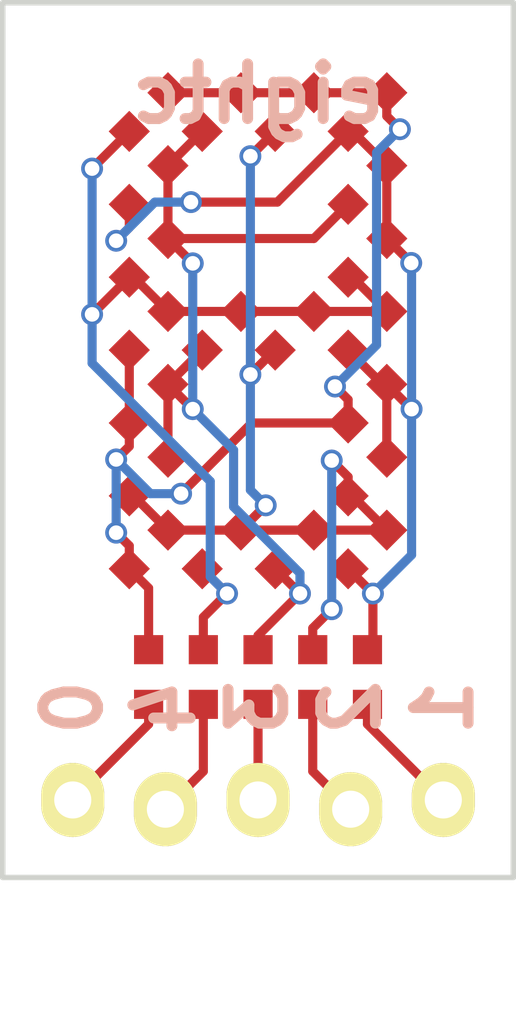
<source format=kicad_pcb>
(kicad_pcb (version 4) (host pcbnew 4.0.7-e2-6376~61~ubuntu18.04.1)

  (general
    (links 45)
    (no_connects 0)
    (area 178.924999 68.924999 193.075001 97.205001)
    (thickness 1.6)
    (drawings 10)
    (tracks 132)
    (zones 0)
    (modules 26)
    (nets 11)
  )

  (page A4)
  (layers
    (0 F.Cu signal)
    (31 B.Cu signal)
    (32 B.Adhes user)
    (33 F.Adhes user)
    (34 B.Paste user)
    (35 F.Paste user)
    (36 B.SilkS user)
    (37 F.SilkS user)
    (38 B.Mask user)
    (39 F.Mask user)
    (40 Dwgs.User user)
    (41 Cmts.User user)
    (42 Eco1.User user)
    (43 Eco2.User user)
    (44 Edge.Cuts user)
    (45 Margin user)
    (46 B.CrtYd user)
    (47 F.CrtYd user)
    (48 B.Fab user)
    (49 F.Fab user)
  )

  (setup
    (last_trace_width 0.25)
    (trace_clearance 0.2)
    (zone_clearance 0.508)
    (zone_45_only no)
    (trace_min 0.2)
    (segment_width 0.2)
    (edge_width 0.15)
    (via_size 0.6)
    (via_drill 0.4)
    (via_min_size 0.4)
    (via_min_drill 0.3)
    (uvia_size 0.3)
    (uvia_drill 0.1)
    (uvias_allowed no)
    (uvia_min_size 0.2)
    (uvia_min_drill 0.1)
    (pcb_text_width 0.3)
    (pcb_text_size 1.5 1.5)
    (mod_edge_width 0.15)
    (mod_text_size 1 1)
    (mod_text_width 0.15)
    (pad_size 2.032 1.7272)
    (pad_drill 1.016)
    (pad_to_mask_clearance 0.2)
    (aux_axis_origin 0 0)
    (visible_elements FFFFFF7F)
    (pcbplotparams
      (layerselection 0x00030_80000001)
      (usegerberextensions false)
      (excludeedgelayer true)
      (linewidth 0.150000)
      (plotframeref false)
      (viasonmask false)
      (mode 1)
      (useauxorigin false)
      (hpglpennumber 1)
      (hpglpenspeed 20)
      (hpglpendiameter 15)
      (hpglpenoverlay 2)
      (psnegative false)
      (psa4output false)
      (plotreference true)
      (plotvalue true)
      (plotinvisibletext false)
      (padsonsilk false)
      (subtractmaskfromsilk false)
      (outputformat 1)
      (mirror false)
      (drillshape 1)
      (scaleselection 1)
      (outputdirectory ""))
  )

  (net 0 "")
  (net 1 led0)
  (net 2 led1)
  (net 3 led2)
  (net 4 led3)
  (net 5 led4)
  (net 6 led0x)
  (net 7 led1x)
  (net 8 led2x)
  (net 9 led3x)
  (net 10 led4x)

  (net_class Default "This is the default net class."
    (clearance 0.2)
    (trace_width 0.25)
    (via_dia 0.6)
    (via_drill 0.4)
    (uvia_dia 0.3)
    (uvia_drill 0.1)
    (add_net led0)
    (add_net led0x)
    (add_net led1)
    (add_net led1x)
    (add_net led2)
    (add_net led2x)
    (add_net led3)
    (add_net led3x)
    (add_net led4)
    (add_net led4x)
  )

  (module my_modules:R_0603 (layer F.Cu) (tedit 5F00CAEE) (tstamp 5F000394)
    (at 183 76 45)
    (descr R0603)
    (tags "resistor 0603")
    (attr smd)
    (fp_text reference R (at 0 0 45) (layer F.Fab)
      (effects (font (size 0.5 0.5) (thickness 0.1)))
    )
    (fp_text value "" (at 0 0 45) (layer F.Fab)
      (effects (font (size 0.5 0.5) (thickness 0.01)))
    )
    (fp_line (start -1.2 -0.45) (end 1.2 -0.45) (layer F.CrtYd) (width 0.01))
    (fp_line (start -1.2 0.45) (end 1.2 0.45) (layer F.CrtYd) (width 0.01))
    (fp_line (start -1.2 -0.45) (end -1.2 0.45) (layer F.CrtYd) (width 0.01))
    (fp_line (start 1.2 -0.45) (end 1.2 0.45) (layer F.CrtYd) (width 0.01))
    (pad 1 smd rect (at -0.75 0 45) (size 0.8 0.8) (layers F.Cu F.Paste F.Mask)
      (net 5 led4))
    (pad 2 smd rect (at 0.75 0 45) (size 0.8 0.8) (layers F.Cu F.Paste F.Mask)
      (net 4 led3))
  )

  (module my_modules:R_0603 (layer F.Cu) (tedit 5F00CD1F) (tstamp 5F00038A)
    (at 183 74 45)
    (descr R0603)
    (tags "resistor 0603")
    (attr smd)
    (fp_text reference R (at 0 0 45) (layer F.Fab)
      (effects (font (size 0.5 0.5) (thickness 0.1)))
    )
    (fp_text value "" (at 0 0 45) (layer F.Fab)
      (effects (font (size 0.5 0.5) (thickness 0.01)))
    )
    (fp_line (start -1.2 -0.45) (end 1.2 -0.45) (layer F.CrtYd) (width 0.01))
    (fp_line (start -1.2 0.45) (end 1.2 0.45) (layer F.CrtYd) (width 0.01))
    (fp_line (start -1.2 -0.45) (end -1.2 0.45) (layer F.CrtYd) (width 0.01))
    (fp_line (start 1.2 -0.45) (end 1.2 0.45) (layer F.CrtYd) (width 0.01))
    (pad 1 smd rect (at -0.75 0 45) (size 0.8 0.8) (layers F.Cu F.Paste F.Mask)
      (net 2 led1))
    (pad 2 smd rect (at 0.75 0 45) (size 0.8 0.8) (layers F.Cu F.Paste F.Mask)
      (net 4 led3))
  )

  (module my_modules:R_0603 (layer F.Cu) (tedit 5F00CC63) (tstamp 5F000380)
    (at 183 72 45)
    (descr R0603)
    (tags "resistor 0603")
    (attr smd)
    (fp_text reference R (at 0 0 45) (layer F.Fab)
      (effects (font (size 0.5 0.5) (thickness 0.1)))
    )
    (fp_text value "" (at 0 0 45) (layer F.Fab)
      (effects (font (size 0.5 0.5) (thickness 0.01)))
    )
    (fp_line (start -1.2 -0.45) (end 1.2 -0.45) (layer F.CrtYd) (width 0.01))
    (fp_line (start -1.2 0.45) (end 1.2 0.45) (layer F.CrtYd) (width 0.01))
    (fp_line (start -1.2 -0.45) (end -1.2 0.45) (layer F.CrtYd) (width 0.01))
    (fp_line (start 1.2 -0.45) (end 1.2 0.45) (layer F.CrtYd) (width 0.01))
    (pad 1 smd rect (at -0.75 0 45) (size 0.8 0.8) (layers F.Cu F.Paste F.Mask)
      (net 5 led4))
    (pad 2 smd rect (at 0.75 0 45) (size 0.8 0.8) (layers F.Cu F.Paste F.Mask)
      (net 1 led0))
  )

  (module my_modules:R_0603 (layer F.Cu) (tedit 5F00CC6B) (tstamp 5F000376)
    (at 185 72 45)
    (descr R0603)
    (tags "resistor 0603")
    (attr smd)
    (fp_text reference R (at 0 0 45) (layer F.Fab)
      (effects (font (size 0.5 0.5) (thickness 0.1)))
    )
    (fp_text value "" (at 0 0 45) (layer F.Fab)
      (effects (font (size 0.5 0.5) (thickness 0.01)))
    )
    (fp_line (start -1.2 -0.45) (end 1.2 -0.45) (layer F.CrtYd) (width 0.01))
    (fp_line (start -1.2 0.45) (end 1.2 0.45) (layer F.CrtYd) (width 0.01))
    (fp_line (start -1.2 -0.45) (end -1.2 0.45) (layer F.CrtYd) (width 0.01))
    (fp_line (start 1.2 -0.45) (end 1.2 0.45) (layer F.CrtYd) (width 0.01))
    (pad 1 smd rect (at -0.75 0 45) (size 0.8 0.8) (layers F.Cu F.Paste F.Mask)
      (net 4 led3))
    (pad 2 smd rect (at 0.75 0 45) (size 0.8 0.8) (layers F.Cu F.Paste F.Mask)
      (net 1 led0))
  )

  (module my_modules:R_0603 (layer F.Cu) (tedit 5F00CD6C) (tstamp 5F00036C)
    (at 187 72 45)
    (descr R0603)
    (tags "resistor 0603")
    (attr smd)
    (fp_text reference R (at 0 0 45) (layer F.Fab)
      (effects (font (size 0.5 0.5) (thickness 0.1)))
    )
    (fp_text value "" (at 0 0 45) (layer F.Fab)
      (effects (font (size 0.5 0.5) (thickness 0.01)))
    )
    (fp_line (start -1.2 -0.45) (end 1.2 -0.45) (layer F.CrtYd) (width 0.01))
    (fp_line (start -1.2 0.45) (end 1.2 0.45) (layer F.CrtYd) (width 0.01))
    (fp_line (start -1.2 -0.45) (end -1.2 0.45) (layer F.CrtYd) (width 0.01))
    (fp_line (start 1.2 -0.45) (end 1.2 0.45) (layer F.CrtYd) (width 0.01))
    (pad 1 smd rect (at -0.75 0 45) (size 0.8 0.8) (layers F.Cu F.Paste F.Mask)
      (net 3 led2))
    (pad 2 smd rect (at 0.75 0 45) (size 0.8 0.8) (layers F.Cu F.Paste F.Mask)
      (net 1 led0))
  )

  (module my_modules:R_0603 (layer F.Cu) (tedit 5F00CAFA) (tstamp 5F000362)
    (at 189 72 45)
    (descr R0603)
    (tags "resistor 0603")
    (attr smd)
    (fp_text reference R (at 0 0 45) (layer F.Fab)
      (effects (font (size 0.5 0.5) (thickness 0.1)))
    )
    (fp_text value "" (at 0 0 45) (layer F.Fab)
      (effects (font (size 0.5 0.5) (thickness 0.01)))
    )
    (fp_line (start -1.2 -0.45) (end 1.2 -0.45) (layer F.CrtYd) (width 0.01))
    (fp_line (start -1.2 0.45) (end 1.2 0.45) (layer F.CrtYd) (width 0.01))
    (fp_line (start -1.2 -0.45) (end -1.2 0.45) (layer F.CrtYd) (width 0.01))
    (fp_line (start 1.2 -0.45) (end 1.2 0.45) (layer F.CrtYd) (width 0.01))
    (pad 1 smd rect (at -0.75 0 45) (size 0.8 0.8) (layers F.Cu F.Paste F.Mask)
      (net 2 led1))
    (pad 2 smd rect (at 0.75 0 45) (size 0.8 0.8) (layers F.Cu F.Paste F.Mask)
      (net 1 led0))
  )

  (module my_modules:R_0603 (layer F.Cu) (tedit 5F00CD0C) (tstamp 5F000358)
    (at 189 74 45)
    (descr R0603)
    (tags "resistor 0603")
    (attr smd)
    (fp_text reference R (at 0 0 45) (layer F.Fab)
      (effects (font (size 0.5 0.5) (thickness 0.1)))
    )
    (fp_text value "" (at 0 0 45) (layer F.Fab)
      (effects (font (size 0.5 0.5) (thickness 0.01)))
    )
    (fp_line (start -1.2 -0.45) (end 1.2 -0.45) (layer F.CrtYd) (width 0.01))
    (fp_line (start -1.2 0.45) (end 1.2 0.45) (layer F.CrtYd) (width 0.01))
    (fp_line (start -1.2 -0.45) (end -1.2 0.45) (layer F.CrtYd) (width 0.01))
    (fp_line (start 1.2 -0.45) (end 1.2 0.45) (layer F.CrtYd) (width 0.01))
    (pad 1 smd rect (at -0.75 0 45) (size 0.8 0.8) (layers F.Cu F.Paste F.Mask)
      (net 4 led3))
    (pad 2 smd rect (at 0.75 0 45) (size 0.8 0.8) (layers F.Cu F.Paste F.Mask)
      (net 2 led1))
  )

  (module my_modules:R_0603 (layer F.Cu) (tedit 5F00CAAE) (tstamp 5F00034E)
    (at 189 76 45)
    (descr R0603)
    (tags "resistor 0603")
    (attr smd)
    (fp_text reference R (at 0 0 45) (layer F.Fab)
      (effects (font (size 0.5 0.5) (thickness 0.1)))
    )
    (fp_text value "" (at 0 0 45) (layer F.Fab)
      (effects (font (size 0.5 0.5) (thickness 0.01)))
    )
    (fp_line (start -1.2 -0.45) (end 1.2 -0.45) (layer F.CrtYd) (width 0.01))
    (fp_line (start -1.2 0.45) (end 1.2 0.45) (layer F.CrtYd) (width 0.01))
    (fp_line (start -1.2 -0.45) (end -1.2 0.45) (layer F.CrtYd) (width 0.01))
    (fp_line (start 1.2 -0.45) (end 1.2 0.45) (layer F.CrtYd) (width 0.01))
    (pad 1 smd rect (at -0.75 0 45) (size 0.8 0.8) (layers F.Cu F.Paste F.Mask)
      (net 5 led4))
    (pad 2 smd rect (at 0.75 0 45) (size 0.8 0.8) (layers F.Cu F.Paste F.Mask)
      (net 2 led1))
  )

  (module my_modules:R_0603 (layer F.Cu) (tedit 5F00CDFF) (tstamp 5F000344)
    (at 183 78 45)
    (descr R0603)
    (tags "resistor 0603")
    (attr smd)
    (fp_text reference R (at 0 0 45) (layer F.Fab)
      (effects (font (size 0.5 0.5) (thickness 0.1)))
    )
    (fp_text value "" (at 0 0 45) (layer F.Fab)
      (effects (font (size 0.5 0.5) (thickness 0.01)))
    )
    (fp_line (start -1.2 -0.45) (end 1.2 -0.45) (layer F.CrtYd) (width 0.01))
    (fp_line (start -1.2 0.45) (end 1.2 0.45) (layer F.CrtYd) (width 0.01))
    (fp_line (start -1.2 -0.45) (end -1.2 0.45) (layer F.CrtYd) (width 0.01))
    (fp_line (start 1.2 -0.45) (end 1.2 0.45) (layer F.CrtYd) (width 0.01))
    (pad 1 smd rect (at -0.75 0 45) (size 0.8 0.8) (layers F.Cu F.Paste F.Mask)
      (net 1 led0))
    (pad 2 smd rect (at 0.75 0 45) (size 0.8 0.8) (layers F.Cu F.Paste F.Mask)
      (net 5 led4))
  )

  (module my_modules:R_0603 (layer F.Cu) (tedit 5F00CEA0) (tstamp 5F00033A)
    (at 185 78 45)
    (descr R0603)
    (tags "resistor 0603")
    (attr smd)
    (fp_text reference R (at 0 0 45) (layer F.Fab)
      (effects (font (size 0.5 0.5) (thickness 0.1)))
    )
    (fp_text value "" (at 0 0 45) (layer F.Fab)
      (effects (font (size 0.5 0.5) (thickness 0.01)))
    )
    (fp_line (start -1.2 -0.45) (end 1.2 -0.45) (layer F.CrtYd) (width 0.01))
    (fp_line (start -1.2 0.45) (end 1.2 0.45) (layer F.CrtYd) (width 0.01))
    (fp_line (start -1.2 -0.45) (end -1.2 0.45) (layer F.CrtYd) (width 0.01))
    (fp_line (start 1.2 -0.45) (end 1.2 0.45) (layer F.CrtYd) (width 0.01))
    (pad 1 smd rect (at -0.75 0 45) (size 0.8 0.8) (layers F.Cu F.Paste F.Mask)
      (net 4 led3))
    (pad 2 smd rect (at 0.75 0 45) (size 0.8 0.8) (layers F.Cu F.Paste F.Mask)
      (net 5 led4))
  )

  (module my_modules:R_0603 (layer F.Cu) (tedit 5F00CEAA) (tstamp 5F000330)
    (at 187 78 45)
    (descr R0603)
    (tags "resistor 0603")
    (attr smd)
    (fp_text reference R (at 0 0 45) (layer F.Fab)
      (effects (font (size 0.5 0.5) (thickness 0.1)))
    )
    (fp_text value "" (at 0 0 45) (layer F.Fab)
      (effects (font (size 0.5 0.5) (thickness 0.01)))
    )
    (fp_line (start -1.2 -0.45) (end 1.2 -0.45) (layer F.CrtYd) (width 0.01))
    (fp_line (start -1.2 0.45) (end 1.2 0.45) (layer F.CrtYd) (width 0.01))
    (fp_line (start -1.2 -0.45) (end -1.2 0.45) (layer F.CrtYd) (width 0.01))
    (fp_line (start 1.2 -0.45) (end 1.2 0.45) (layer F.CrtYd) (width 0.01))
    (pad 1 smd rect (at -0.75 0 45) (size 0.8 0.8) (layers F.Cu F.Paste F.Mask)
      (net 3 led2))
    (pad 2 smd rect (at 0.75 0 45) (size 0.8 0.8) (layers F.Cu F.Paste F.Mask)
      (net 5 led4))
  )

  (module my_modules:R_0603 (layer F.Cu) (tedit 5F00CE18) (tstamp 5F000326)
    (at 189 78 45)
    (descr R0603)
    (tags "resistor 0603")
    (attr smd)
    (fp_text reference R (at 0 0 45) (layer F.Fab)
      (effects (font (size 0.5 0.5) (thickness 0.1)))
    )
    (fp_text value "" (at 0 0 45) (layer F.Fab)
      (effects (font (size 0.5 0.5) (thickness 0.01)))
    )
    (fp_line (start -1.2 -0.45) (end 1.2 -0.45) (layer F.CrtYd) (width 0.01))
    (fp_line (start -1.2 0.45) (end 1.2 0.45) (layer F.CrtYd) (width 0.01))
    (fp_line (start -1.2 -0.45) (end -1.2 0.45) (layer F.CrtYd) (width 0.01))
    (fp_line (start 1.2 -0.45) (end 1.2 0.45) (layer F.CrtYd) (width 0.01))
    (pad 1 smd rect (at -0.75 0 45) (size 0.8 0.8) (layers F.Cu F.Paste F.Mask)
      (net 2 led1))
    (pad 2 smd rect (at 0.75 0 45) (size 0.8 0.8) (layers F.Cu F.Paste F.Mask)
      (net 5 led4))
  )

  (module my_modules:R_0603 (layer F.Cu) (tedit 5F00CE2E) (tstamp 5F00031C)
    (at 189 80 45)
    (descr R0603)
    (tags "resistor 0603")
    (attr smd)
    (fp_text reference R (at 0 0 45) (layer F.Fab)
      (effects (font (size 0.5 0.5) (thickness 0.1)))
    )
    (fp_text value "" (at 0 0 45) (layer F.Fab)
      (effects (font (size 0.5 0.5) (thickness 0.01)))
    )
    (fp_line (start -1.2 -0.45) (end 1.2 -0.45) (layer F.CrtYd) (width 0.01))
    (fp_line (start -1.2 0.45) (end 1.2 0.45) (layer F.CrtYd) (width 0.01))
    (fp_line (start -1.2 -0.45) (end -1.2 0.45) (layer F.CrtYd) (width 0.01))
    (fp_line (start 1.2 -0.45) (end 1.2 0.45) (layer F.CrtYd) (width 0.01))
    (pad 1 smd rect (at -0.75 0 45) (size 0.8 0.8) (layers F.Cu F.Paste F.Mask)
      (net 1 led0))
    (pad 2 smd rect (at 0.75 0 45) (size 0.8 0.8) (layers F.Cu F.Paste F.Mask)
      (net 2 led1))
  )

  (module my_modules:R_0603 (layer F.Cu) (tedit 5F00CAC7) (tstamp 5F000312)
    (at 189 82 45)
    (descr R0603)
    (tags "resistor 0603")
    (attr smd)
    (fp_text reference R (at 0 0 45) (layer F.Fab)
      (effects (font (size 0.5 0.5) (thickness 0.1)))
    )
    (fp_text value "" (at 0 0 45) (layer F.Fab)
      (effects (font (size 0.5 0.5) (thickness 0.01)))
    )
    (fp_line (start -1.2 -0.45) (end 1.2 -0.45) (layer F.CrtYd) (width 0.01))
    (fp_line (start -1.2 0.45) (end 1.2 0.45) (layer F.CrtYd) (width 0.01))
    (fp_line (start -1.2 -0.45) (end -1.2 0.45) (layer F.CrtYd) (width 0.01))
    (fp_line (start 1.2 -0.45) (end 1.2 0.45) (layer F.CrtYd) (width 0.01))
    (pad 1 smd rect (at -0.75 0 45) (size 0.8 0.8) (layers F.Cu F.Paste F.Mask)
      (net 3 led2))
    (pad 2 smd rect (at 0.75 0 45) (size 0.8 0.8) (layers F.Cu F.Paste F.Mask)
      (net 2 led1))
  )

  (module my_modules:R_0603 (layer F.Cu) (tedit 5F00CF11) (tstamp 5F000308)
    (at 189 84 45)
    (descr R0603)
    (tags "resistor 0603")
    (attr smd)
    (fp_text reference R (at 0 0 45) (layer F.Fab)
      (effects (font (size 0.5 0.5) (thickness 0.1)))
    )
    (fp_text value "" (at 0 0 45) (layer F.Fab)
      (effects (font (size 0.5 0.5) (thickness 0.01)))
    )
    (fp_line (start -1.2 -0.45) (end 1.2 -0.45) (layer F.CrtYd) (width 0.01))
    (fp_line (start -1.2 0.45) (end 1.2 0.45) (layer F.CrtYd) (width 0.01))
    (fp_line (start -1.2 -0.45) (end -1.2 0.45) (layer F.CrtYd) (width 0.01))
    (fp_line (start 1.2 -0.45) (end 1.2 0.45) (layer F.CrtYd) (width 0.01))
    (pad 1 smd rect (at -0.75 0 45) (size 0.8 0.8) (layers F.Cu F.Paste F.Mask)
      (net 2 led1))
    (pad 2 smd rect (at 0.75 0 45) (size 0.8 0.8) (layers F.Cu F.Paste F.Mask)
      (net 3 led2))
  )

  (module my_modules:R_0603 (layer F.Cu) (tedit 5F00D01C) (tstamp 5F0002FA)
    (at 185 84 45)
    (descr R0603)
    (tags "resistor 0603")
    (attr smd)
    (fp_text reference R (at 0 0 45) (layer F.Fab)
      (effects (font (size 0.5 0.5) (thickness 0.1)))
    )
    (fp_text value "" (at 0 0 45) (layer F.Fab)
      (effects (font (size 0.5 0.5) (thickness 0.01)))
    )
    (fp_line (start -1.2 -0.45) (end 1.2 -0.45) (layer F.CrtYd) (width 0.01))
    (fp_line (start -1.2 0.45) (end 1.2 0.45) (layer F.CrtYd) (width 0.01))
    (fp_line (start -1.2 -0.45) (end -1.2 0.45) (layer F.CrtYd) (width 0.01))
    (fp_line (start 1.2 -0.45) (end 1.2 0.45) (layer F.CrtYd) (width 0.01))
    (pad 1 smd rect (at -0.75 0 45) (size 0.8 0.8) (layers F.Cu F.Paste F.Mask)
      (net 5 led4))
    (pad 2 smd rect (at 0.75 0 45) (size 0.8 0.8) (layers F.Cu F.Paste F.Mask)
      (net 3 led2))
  )

  (module my_modules:R_0603 (layer F.Cu) (tedit 5F00CF37) (tstamp 5F0002F0)
    (at 183 84 45)
    (descr R0603)
    (tags "resistor 0603")
    (attr smd)
    (fp_text reference R (at 0 0 45) (layer F.Fab)
      (effects (font (size 0.5 0.5) (thickness 0.1)))
    )
    (fp_text value "" (at 0 0 45) (layer F.Fab)
      (effects (font (size 0.5 0.5) (thickness 0.01)))
    )
    (fp_line (start -1.2 -0.45) (end 1.2 -0.45) (layer F.CrtYd) (width 0.01))
    (fp_line (start -1.2 0.45) (end 1.2 0.45) (layer F.CrtYd) (width 0.01))
    (fp_line (start -1.2 -0.45) (end -1.2 0.45) (layer F.CrtYd) (width 0.01))
    (fp_line (start 1.2 -0.45) (end 1.2 0.45) (layer F.CrtYd) (width 0.01))
    (pad 1 smd rect (at -0.75 0 45) (size 0.8 0.8) (layers F.Cu F.Paste F.Mask)
      (net 1 led0))
    (pad 2 smd rect (at 0.75 0 45) (size 0.8 0.8) (layers F.Cu F.Paste F.Mask)
      (net 3 led2))
  )

  (module my_modules:R_0603 (layer F.Cu) (tedit 5F00CAE2) (tstamp 5F0002E6)
    (at 183 82 45)
    (descr R0603)
    (tags "resistor 0603")
    (attr smd)
    (fp_text reference R (at 0 0 45) (layer F.Fab)
      (effects (font (size 0.5 0.5) (thickness 0.1)))
    )
    (fp_text value "" (at 0 0 45) (layer F.Fab)
      (effects (font (size 0.5 0.5) (thickness 0.01)))
    )
    (fp_line (start -1.2 -0.45) (end 1.2 -0.45) (layer F.CrtYd) (width 0.01))
    (fp_line (start -1.2 0.45) (end 1.2 0.45) (layer F.CrtYd) (width 0.01))
    (fp_line (start -1.2 -0.45) (end -1.2 0.45) (layer F.CrtYd) (width 0.01))
    (fp_line (start 1.2 -0.45) (end 1.2 0.45) (layer F.CrtYd) (width 0.01))
    (pad 1 smd rect (at -0.75 0 45) (size 0.8 0.8) (layers F.Cu F.Paste F.Mask)
      (net 3 led2))
    (pad 2 smd rect (at 0.75 0 45) (size 0.8 0.8) (layers F.Cu F.Paste F.Mask)
      (net 4 led3))
  )

  (module my_modules:R_0603 (layer F.Cu) (tedit 5F00D023) (tstamp 5F0002DC)
    (at 187 84 45)
    (descr R0603)
    (tags "resistor 0603")
    (attr smd)
    (fp_text reference R (at 0 0 45) (layer F.Fab)
      (effects (font (size 0.5 0.5) (thickness 0.1)))
    )
    (fp_text value "" (at 0 0 45) (layer F.Fab)
      (effects (font (size 0.5 0.5) (thickness 0.01)))
    )
    (fp_line (start -1.2 -0.45) (end 1.2 -0.45) (layer F.CrtYd) (width 0.01))
    (fp_line (start -1.2 0.45) (end 1.2 0.45) (layer F.CrtYd) (width 0.01))
    (fp_line (start -1.2 -0.45) (end -1.2 0.45) (layer F.CrtYd) (width 0.01))
    (fp_line (start 1.2 -0.45) (end 1.2 0.45) (layer F.CrtYd) (width 0.01))
    (pad 1 smd rect (at -0.75 0 45) (size 0.8 0.8) (layers F.Cu F.Paste F.Mask)
      (net 4 led3))
    (pad 2 smd rect (at 0.75 0 45) (size 0.8 0.8) (layers F.Cu F.Paste F.Mask)
      (net 3 led2))
  )

  (module my_modules:R_0603 (layer F.Cu) (tedit 5F00CE03) (tstamp 5F00024B)
    (at 183 80 45)
    (descr R0603)
    (tags "resistor 0603")
    (attr smd)
    (fp_text reference R (at 0 0 45) (layer F.Fab)
      (effects (font (size 0.5 0.5) (thickness 0.1)))
    )
    (fp_text value "" (at 0 0 45) (layer F.Fab)
      (effects (font (size 0.5 0.5) (thickness 0.01)))
    )
    (fp_line (start -1.2 -0.45) (end 1.2 -0.45) (layer F.CrtYd) (width 0.01))
    (fp_line (start -1.2 0.45) (end 1.2 0.45) (layer F.CrtYd) (width 0.01))
    (fp_line (start -1.2 -0.45) (end -1.2 0.45) (layer F.CrtYd) (width 0.01))
    (fp_line (start 1.2 -0.45) (end 1.2 0.45) (layer F.CrtYd) (width 0.01))
    (pad 1 smd rect (at -0.75 0 45) (size 0.8 0.8) (layers F.Cu F.Paste F.Mask)
      (net 1 led0))
    (pad 2 smd rect (at 0.75 0 45) (size 0.8 0.8) (layers F.Cu F.Paste F.Mask)
      (net 4 led3))
  )

  (module my_modules:R_0603 (layer F.Cu) (tedit 5F00D47D) (tstamp 5F00DA7A)
    (at 186 87.5 90)
    (descr R0603)
    (tags "resistor 0603")
    (attr smd)
    (fp_text reference R (at 0 0 90) (layer F.Fab)
      (effects (font (size 0.5 0.5) (thickness 0.1)))
    )
    (fp_text value "" (at 0 0 90) (layer F.Fab)
      (effects (font (size 0.5 0.5) (thickness 0.01)))
    )
    (fp_line (start -1.2 -0.45) (end 1.2 -0.45) (layer F.CrtYd) (width 0.01))
    (fp_line (start -1.2 0.45) (end 1.2 0.45) (layer F.CrtYd) (width 0.01))
    (fp_line (start -1.2 -0.45) (end -1.2 0.45) (layer F.CrtYd) (width 0.01))
    (fp_line (start 1.2 -0.45) (end 1.2 0.45) (layer F.CrtYd) (width 0.01))
    (pad 1 smd rect (at -0.75 0 90) (size 0.8 0.8) (layers F.Cu F.Paste F.Mask)
      (net 9 led3x))
    (pad 2 smd rect (at 0.75 0 90) (size 0.8 0.8) (layers F.Cu F.Paste F.Mask)
      (net 4 led3))
  )

  (module my_modules:R_0603 (layer F.Cu) (tedit 5F00D483) (tstamp 5F00DA8D)
    (at 187.5 87.5 90)
    (descr R0603)
    (tags "resistor 0603")
    (attr smd)
    (fp_text reference R (at 0 0 90) (layer F.Fab)
      (effects (font (size 0.5 0.5) (thickness 0.1)))
    )
    (fp_text value "" (at 0 0 90) (layer F.Fab)
      (effects (font (size 0.5 0.5) (thickness 0.01)))
    )
    (fp_line (start -1.2 -0.45) (end 1.2 -0.45) (layer F.CrtYd) (width 0.01))
    (fp_line (start -1.2 0.45) (end 1.2 0.45) (layer F.CrtYd) (width 0.01))
    (fp_line (start -1.2 -0.45) (end -1.2 0.45) (layer F.CrtYd) (width 0.01))
    (fp_line (start 1.2 -0.45) (end 1.2 0.45) (layer F.CrtYd) (width 0.01))
    (pad 1 smd rect (at -0.75 0 90) (size 0.8 0.8) (layers F.Cu F.Paste F.Mask)
      (net 8 led2x))
    (pad 2 smd rect (at 0.75 0 90) (size 0.8 0.8) (layers F.Cu F.Paste F.Mask)
      (net 3 led2))
  )

  (module my_modules:R_0603 (layer F.Cu) (tedit 5F00D48A) (tstamp 5F00DAAA)
    (at 189 87.5 90)
    (descr R0603)
    (tags "resistor 0603")
    (attr smd)
    (fp_text reference R (at 0 0 90) (layer F.Fab)
      (effects (font (size 0.5 0.5) (thickness 0.1)))
    )
    (fp_text value "" (at 0 0 90) (layer F.Fab)
      (effects (font (size 0.5 0.5) (thickness 0.01)))
    )
    (fp_line (start -1.2 -0.45) (end 1.2 -0.45) (layer F.CrtYd) (width 0.01))
    (fp_line (start -1.2 0.45) (end 1.2 0.45) (layer F.CrtYd) (width 0.01))
    (fp_line (start -1.2 -0.45) (end -1.2 0.45) (layer F.CrtYd) (width 0.01))
    (fp_line (start 1.2 -0.45) (end 1.2 0.45) (layer F.CrtYd) (width 0.01))
    (pad 1 smd rect (at -0.75 0 90) (size 0.8 0.8) (layers F.Cu F.Paste F.Mask)
      (net 7 led1x))
    (pad 2 smd rect (at 0.75 0 90) (size 0.8 0.8) (layers F.Cu F.Paste F.Mask)
      (net 2 led1))
  )

  (module my_modules:R_0603 (layer F.Cu) (tedit 5F00D46B) (tstamp 5F00DABD)
    (at 184.5 87.5 90)
    (descr R0603)
    (tags "resistor 0603")
    (attr smd)
    (fp_text reference R (at 0 0 90) (layer F.Fab)
      (effects (font (size 0.5 0.5) (thickness 0.1)))
    )
    (fp_text value "" (at 0 0 90) (layer F.Fab)
      (effects (font (size 0.5 0.5) (thickness 0.01)))
    )
    (fp_line (start -1.2 -0.45) (end 1.2 -0.45) (layer F.CrtYd) (width 0.01))
    (fp_line (start -1.2 0.45) (end 1.2 0.45) (layer F.CrtYd) (width 0.01))
    (fp_line (start -1.2 -0.45) (end -1.2 0.45) (layer F.CrtYd) (width 0.01))
    (fp_line (start 1.2 -0.45) (end 1.2 0.45) (layer F.CrtYd) (width 0.01))
    (pad 1 smd rect (at -0.75 0 90) (size 0.8 0.8) (layers F.Cu F.Paste F.Mask)
      (net 10 led4x))
    (pad 2 smd rect (at 0.75 0 90) (size 0.8 0.8) (layers F.Cu F.Paste F.Mask)
      (net 5 led4))
  )

  (module my_modules:R_0603 (layer F.Cu) (tedit 5F00D45F) (tstamp 5F00DAD0)
    (at 183 87.5 90)
    (descr R0603)
    (tags "resistor 0603")
    (attr smd)
    (fp_text reference R (at 0 0 90) (layer F.Fab)
      (effects (font (size 0.5 0.5) (thickness 0.1)))
    )
    (fp_text value "" (at 0 0 90) (layer F.Fab)
      (effects (font (size 0.5 0.5) (thickness 0.01)))
    )
    (fp_line (start -1.2 -0.45) (end 1.2 -0.45) (layer F.CrtYd) (width 0.01))
    (fp_line (start -1.2 0.45) (end 1.2 0.45) (layer F.CrtYd) (width 0.01))
    (fp_line (start -1.2 -0.45) (end -1.2 0.45) (layer F.CrtYd) (width 0.01))
    (fp_line (start 1.2 -0.45) (end 1.2 0.45) (layer F.CrtYd) (width 0.01))
    (pad 1 smd rect (at -0.75 0 90) (size 0.8 0.8) (layers F.Cu F.Paste F.Mask)
      (net 6 led0x))
    (pad 2 smd rect (at 0.75 0 90) (size 0.8 0.8) (layers F.Cu F.Paste F.Mask)
      (net 1 led0))
  )

  (module my_modules:header1x5wiggle (layer F.Cu) (tedit 5F00D495) (tstamp 5F00E4ED)
    (at 186 91 90)
    (descr "Through hole pin header")
    (tags "pin header")
    (fp_text reference "" (at 0 -2.4 90) (layer F.SilkS)
      (effects (font (size 0.5 0.5) (thickness 0.01)))
    )
    (fp_text value "" (at 0 -3.1 90) (layer F.Fab)
      (effects (font (size 0.5 0.5) (thickness 0.01)))
    )
    (fp_line (start -1.75 -6.83) (end -1.75 6.83) (layer F.CrtYd) (width 0.05))
    (fp_line (start 1.75 -6.83) (end 1.75 6.83) (layer F.CrtYd) (width 0.05))
    (fp_line (start -1.75 -6.83) (end 1.75 -6.83) (layer F.CrtYd) (width 0.05))
    (fp_line (start -1.75 6.83) (end 1.75 6.83) (layer F.CrtYd) (width 0.05))
    (fp_line (start -6 -5.08) (end 6 -5.08) (layer F.CrtYd) (width 0.01))
    (fp_line (start -6 0) (end 6 0) (layer F.CrtYd) (width 0.01))
    (fp_line (start -6 5.08) (end 6 5.08) (layer F.CrtYd) (width 0.01))
    (fp_line (start -6 2.54) (end 6 2.54) (layer F.CrtYd) (width 0.01))
    (fp_line (start -6 -2.54) (end 6 -2.54) (layer F.CrtYd) (width 0.01))
    (pad 1 thru_hole oval (at 0.127 -5.08 90) (size 2.032 1.7272) (drill 1.016) (layers *.Cu *.Mask F.SilkS)
      (net 6 led0x))
    (pad 2 thru_hole oval (at -0.127 -2.54 90) (size 2.032 1.7272) (drill 1.016) (layers *.Cu *.Mask F.SilkS)
      (net 10 led4x))
    (pad 3 thru_hole oval (at 0.127 0 90) (size 2.032 1.7272) (drill 1.016) (layers *.Cu *.Mask F.SilkS)
      (net 9 led3x))
    (pad 4 thru_hole oval (at -0.127 2.54 90) (size 2.032 1.7272) (drill 1.016) (layers *.Cu *.Mask F.SilkS)
      (net 8 led2x))
    (pad 5 thru_hole oval (at 0.127 5.08 90) (size 2.032 1.7272) (drill 1.016) (layers *.Cu *.Mask F.SilkS)
      (net 7 led1x))
  )

  (gr_text 1 (at 191.08 89.25 90) (layer B.SilkS)
    (effects (font (size 1.5 1.5) (thickness 0.3)) (justify right mirror))
  )
  (gr_text 2 (at 188.54 89.25 90) (layer B.SilkS)
    (effects (font (size 1.5 1.5) (thickness 0.3)) (justify right mirror))
  )
  (gr_text 3 (at 186 89.25 90) (layer B.SilkS)
    (effects (font (size 1.5 1.5) (thickness 0.3)) (justify right mirror))
  )
  (gr_text 4 (at 183.46 89.25 90) (layer B.SilkS)
    (effects (font (size 1.5 1.5) (thickness 0.3)) (justify right mirror))
  )
  (gr_text 0 (at 180.92 89.25 90) (layer B.SilkS)
    (effects (font (size 1.5 1.5) (thickness 0.3)) (justify right mirror))
  )
  (gr_text eightc (at 186 71.5) (layer B.SilkS)
    (effects (font (size 1.5 1.5) (thickness 0.3)) (justify mirror))
  )
  (gr_line (start 179 93) (end 193 93) (angle 90) (layer Edge.Cuts) (width 0.15))
  (gr_line (start 179 69) (end 179 93) (angle 90) (layer Edge.Cuts) (width 0.15))
  (gr_line (start 193 69) (end 179 69) (angle 90) (layer Edge.Cuts) (width 0.15))
  (gr_line (start 193 93) (end 193 69) (angle 90) (layer Edge.Cuts) (width 0.15))

  (segment (start 183 86.75) (end 183 85.06066) (width 0.25) (layer F.Cu) (net 1))
  (segment (start 183 85.06066) (end 182.46967 84.53033) (width 0.25) (layer F.Cu) (net 1) (tstamp 5F00DB22))
  (segment (start 188.46967 80.53033) (end 188.46967 79.88967) (width 0.25) (layer F.Cu) (net 1))
  (segment (start 189.53033 72.11033) (end 189.89 72.47) (width 0.25) (layer F.Cu) (net 1) (tstamp 5F00CF74))
  (via (at 189.89 72.47) (size 0.6) (drill 0.4) (layers F.Cu B.Cu) (net 1))
  (segment (start 189.53033 72.11033) (end 189.53033 71.46967) (width 0.25) (layer F.Cu) (net 1))
  (segment (start 189.25 73.11) (end 189.89 72.47) (width 0.25) (layer B.Cu) (net 1) (tstamp 5F00CFC5))
  (segment (start 189.25 78.39) (end 189.25 73.11) (width 0.25) (layer B.Cu) (net 1) (tstamp 5F00CFC1))
  (segment (start 188.11 79.53) (end 189.25 78.39) (width 0.25) (layer B.Cu) (net 1) (tstamp 5F00CFC0))
  (via (at 188.11 79.53) (size 0.6) (drill 0.4) (layers F.Cu B.Cu) (net 1))
  (segment (start 188.46967 79.88967) (end 188.11 79.53) (width 0.25) (layer F.Cu) (net 1) (tstamp 5F00CFB8))
  (segment (start 182.46967 84.53033) (end 182.46967 83.89967) (width 0.25) (layer F.Cu) (net 1))
  (segment (start 182.11 83.54) (end 182.11 81.53) (width 0.25) (layer B.Cu) (net 1) (tstamp 5F00CF4B))
  (via (at 182.11 83.54) (size 0.6) (drill 0.4) (layers F.Cu B.Cu) (net 1))
  (segment (start 182.46967 83.89967) (end 182.11 83.54) (width 0.25) (layer F.Cu) (net 1) (tstamp 5F00CF41))
  (segment (start 188.46967 80.53033) (end 185.82967 80.53033) (width 0.25) (layer F.Cu) (net 1))
  (segment (start 182.46967 81.17033) (end 182.46967 80.53033) (width 0.25) (layer F.Cu) (net 1))
  (via (at 183.89 82.47) (size 0.6) (drill 0.4) (layers F.Cu B.Cu) (net 1))
  (segment (start 183.05 82.47) (end 183.89 82.47) (width 0.25) (layer B.Cu) (net 1) (tstamp 5F00CE4E))
  (segment (start 182.11 81.53) (end 183.05 82.47) (width 0.25) (layer B.Cu) (net 1) (tstamp 5F00CE4D))
  (via (at 182.11 81.53) (size 0.6) (drill 0.4) (layers F.Cu B.Cu) (net 1))
  (segment (start 182.46967 81.17033) (end 182.11 81.53) (width 0.25) (layer F.Cu) (net 1) (tstamp 5F00CE45))
  (segment (start 185.82967 80.53033) (end 183.89 82.47) (width 0.25) (layer F.Cu) (net 1) (tstamp 5F00CE83))
  (segment (start 182.46967 78.53033) (end 182.46967 80.53033) (width 0.25) (layer F.Cu) (net 1))
  (segment (start 183.53033 71.46967) (end 185.53033 71.46967) (width 0.25) (layer F.Cu) (net 1))
  (segment (start 185.53033 71.46967) (end 187.53033 71.46967) (width 0.25) (layer F.Cu) (net 1) (tstamp 5F00CBB9))
  (segment (start 187.53033 71.46967) (end 189.53033 71.46967) (width 0.25) (layer F.Cu) (net 1) (tstamp 5F00CBBA))
  (segment (start 189.15 85.21) (end 189.15 86.6) (width 0.25) (layer F.Cu) (net 2))
  (segment (start 189.15 86.6) (end 189 86.75) (width 0.25) (layer F.Cu) (net 2) (tstamp 5F00DB1C))
  (segment (start 190.21 80.15) (end 190.21 84.15) (width 0.25) (layer B.Cu) (net 2))
  (via (at 189.15 85.21) (size 0.6) (drill 0.4) (layers F.Cu B.Cu) (net 2))
  (segment (start 189.15 85.21) (end 188.47033 84.53033) (width 0.25) (layer F.Cu) (net 2) (tstamp 5F00CF1A))
  (segment (start 190.21 84.15) (end 189.15 85.21) (width 0.25) (layer B.Cu) (net 2) (tstamp 5F00CF24))
  (segment (start 188.46967 84.53033) (end 188.47033 84.53033) (width 0.25) (layer F.Cu) (net 2))
  (segment (start 189.53033 79.46967) (end 189.40901 79.46967) (width 0.25) (layer F.Cu) (net 2))
  (segment (start 189.40901 79.46967) (end 188.46967 78.53033) (width 0.25) (layer F.Cu) (net 2) (tstamp 5F00CE21))
  (segment (start 184.16 74.47) (end 186.53 74.47) (width 0.25) (layer F.Cu) (net 2))
  (segment (start 182.46967 75.17033) (end 182.11 75.53) (width 0.25) (layer F.Cu) (net 2) (tstamp 5F00CD35))
  (via (at 182.11 75.53) (size 0.6) (drill 0.4) (layers F.Cu B.Cu) (net 2))
  (segment (start 182.11 75.53) (end 183.17 74.47) (width 0.25) (layer B.Cu) (net 2) (tstamp 5F00CD3A))
  (segment (start 183.17 74.47) (end 184.16 74.47) (width 0.25) (layer B.Cu) (net 2) (tstamp 5F00CD3B))
  (via (at 184.16 74.47) (size 0.6) (drill 0.4) (layers F.Cu B.Cu) (net 2))
  (segment (start 182.46967 74.53033) (end 182.46967 75.17033) (width 0.25) (layer F.Cu) (net 2))
  (segment (start 186.53 74.47) (end 188.46967 72.53033) (width 0.25) (layer F.Cu) (net 2) (tstamp 5F00CD53))
  (segment (start 189.53033 75.46967) (end 189.53033 75.47033) (width 0.25) (layer F.Cu) (net 2))
  (segment (start 189.53033 75.47033) (end 190.2 76.14) (width 0.25) (layer F.Cu) (net 2) (tstamp 5F00CC03))
  (via (at 190.21 80.15) (size 0.6) (drill 0.4) (layers F.Cu B.Cu) (net 2))
  (segment (start 189.53033 79.47033) (end 190.21 80.15) (width 0.25) (layer F.Cu) (net 2) (tstamp 5F00CBFA))
  (segment (start 190.21 76.15) (end 190.21 80.15) (width 0.25) (layer B.Cu) (net 2) (tstamp 5F00CC0E))
  (segment (start 190.2 76.14) (end 190.21 76.15) (width 0.25) (layer B.Cu) (net 2) (tstamp 5F00CC0D))
  (via (at 190.2 76.14) (size 0.6) (drill 0.4) (layers F.Cu B.Cu) (net 2))
  (segment (start 189.53033 79.46967) (end 189.53033 79.47033) (width 0.25) (layer F.Cu) (net 2))
  (segment (start 189.53033 81.46967) (end 189.53033 79.46967) (width 0.25) (layer F.Cu) (net 2))
  (segment (start 188.46967 72.53033) (end 188.59099 72.53033) (width 0.25) (layer F.Cu) (net 2))
  (segment (start 188.59099 72.53033) (end 189.53033 73.46967) (width 0.25) (layer F.Cu) (net 2) (tstamp 5F00CBC3))
  (segment (start 189.53033 73.46967) (end 189.53033 75.46967) (width 0.25) (layer F.Cu) (net 2) (tstamp 5F00CBC4))
  (segment (start 188.46967 82.53033) (end 188.46967 82.00967) (width 0.25) (layer F.Cu) (net 3))
  (segment (start 188.46967 82.00967) (end 188.02 81.56) (width 0.25) (layer F.Cu) (net 3) (tstamp 5F00DB17))
  (segment (start 187.5 86.16) (end 188.02 85.64) (width 0.25) (layer F.Cu) (net 3) (tstamp 5F00DB12))
  (via (at 188.02 85.64) (size 0.6) (drill 0.4) (layers F.Cu B.Cu) (net 3))
  (segment (start 187.5 86.75) (end 187.5 86.16) (width 0.25) (layer F.Cu) (net 3))
  (segment (start 188.02 81.56) (end 188.02 85.64) (width 0.25) (layer B.Cu) (net 3) (tstamp 5F00DB19))
  (via (at 188.02 81.56) (size 0.6) (drill 0.4) (layers F.Cu B.Cu) (net 3))
  (segment (start 185.53033 83.46967) (end 186.21 82.79) (width 0.25) (layer F.Cu) (net 3))
  (segment (start 185.79 82.37) (end 185.79 79.2) (width 0.25) (layer B.Cu) (net 3) (tstamp 5F00CEDC))
  (segment (start 186.21 82.79) (end 185.79 82.37) (width 0.25) (layer B.Cu) (net 3) (tstamp 5F00CEDB))
  (via (at 186.21 82.79) (size 0.6) (drill 0.4) (layers F.Cu B.Cu) (net 3))
  (segment (start 186.46967 78.53033) (end 186.45967 78.53033) (width 0.25) (layer F.Cu) (net 3))
  (segment (start 186.45967 78.53033) (end 185.79 79.2) (width 0.25) (layer F.Cu) (net 3) (tstamp 5F00CEB5))
  (via (at 185.79 79.2) (size 0.6) (drill 0.4) (layers F.Cu B.Cu) (net 3))
  (segment (start 185.79 79.2) (end 185.79 73.21) (width 0.25) (layer B.Cu) (net 3) (tstamp 5F00CEBF))
  (via (at 185.79 73.21) (size 0.6) (drill 0.4) (layers F.Cu B.Cu) (net 3))
  (segment (start 186.46967 72.53033) (end 185.79 73.21) (width 0.25) (layer F.Cu) (net 3))
  (segment (start 185.53033 83.46967) (end 187.53033 83.46967) (width 0.25) (layer F.Cu) (net 3))
  (segment (start 182.46967 82.53033) (end 182.59099 82.53033) (width 0.25) (layer F.Cu) (net 3))
  (segment (start 182.59099 82.53033) (end 183.53033 83.46967) (width 0.25) (layer F.Cu) (net 3) (tstamp 5F00CBDA))
  (segment (start 183.53033 83.46967) (end 187.53033 83.46967) (width 0.25) (layer F.Cu) (net 3) (tstamp 5F00CBDB))
  (segment (start 187.53033 83.46967) (end 189.53033 83.46967) (width 0.25) (layer F.Cu) (net 3) (tstamp 5F00CBDC))
  (segment (start 189.53033 83.46967) (end 188.59099 82.53033) (width 0.25) (layer F.Cu) (net 3) (tstamp 5F00CBDD))
  (segment (start 188.59099 82.53033) (end 188.46967 82.53033) (width 0.25) (layer F.Cu) (net 3) (tstamp 5F00CBDE))
  (segment (start 186 86.75) (end 186 86.36) (width 0.25) (layer F.Cu) (net 4))
  (segment (start 186 86.36) (end 187.15 85.21) (width 0.25) (layer F.Cu) (net 4) (tstamp 5F00DB1E))
  (segment (start 187.15 85.21) (end 187.15 84.65) (width 0.25) (layer B.Cu) (net 4))
  (segment (start 186.47033 84.53033) (end 187.15 85.21) (width 0.25) (layer F.Cu) (net 4) (tstamp 5F00D032))
  (via (at 187.15 85.21) (size 0.6) (drill 0.4) (layers F.Cu B.Cu) (net 4))
  (segment (start 185.33 81.27) (end 184.21 80.15) (width 0.25) (layer B.Cu) (net 4) (tstamp 5F00D06C))
  (segment (start 185.33 82.83) (end 185.33 81.27) (width 0.25) (layer B.Cu) (net 4) (tstamp 5F00D066))
  (segment (start 187.15 84.65) (end 185.33 82.83) (width 0.25) (layer B.Cu) (net 4) (tstamp 5F00D062))
  (segment (start 186.46967 84.53033) (end 186.47033 84.53033) (width 0.25) (layer F.Cu) (net 4))
  (segment (start 183.53033 79.46967) (end 184.46967 78.53033) (width 0.25) (layer F.Cu) (net 4))
  (segment (start 183.53033 75.46967) (end 187.53033 75.46967) (width 0.25) (layer F.Cu) (net 4))
  (segment (start 187.53033 75.46967) (end 188.46967 74.53033) (width 0.25) (layer F.Cu) (net 4) (tstamp 5F00CD29))
  (segment (start 183.53033 73.46967) (end 184.46967 72.53033) (width 0.25) (layer F.Cu) (net 4))
  (segment (start 183.53033 75.46967) (end 183.53033 75.47033) (width 0.25) (layer F.Cu) (net 4))
  (segment (start 183.53033 75.47033) (end 184.21 76.15) (width 0.25) (layer F.Cu) (net 4) (tstamp 5F00CBF0))
  (segment (start 184.21 76.15) (end 184.21 80.15) (width 0.25) (layer B.Cu) (net 4) (tstamp 5F00CBF2))
  (via (at 184.21 76.15) (size 0.6) (drill 0.4) (layers F.Cu B.Cu) (net 4))
  (via (at 184.21 80.15) (size 0.6) (drill 0.4) (layers F.Cu B.Cu) (net 4))
  (segment (start 183.53033 79.47033) (end 184.21 80.15) (width 0.25) (layer F.Cu) (net 4) (tstamp 5F00CBEC))
  (segment (start 183.53033 79.46967) (end 183.53033 79.47033) (width 0.25) (layer F.Cu) (net 4))
  (segment (start 183.53033 73.46967) (end 183.53033 75.46967) (width 0.25) (layer F.Cu) (net 4))
  (segment (start 183.53033 81.46967) (end 183.53033 79.46967) (width 0.25) (layer F.Cu) (net 4))
  (segment (start 184.5 86.75) (end 184.5 85.86) (width 0.25) (layer F.Cu) (net 5))
  (segment (start 184.5 85.86) (end 185.15 85.21) (width 0.25) (layer F.Cu) (net 5) (tstamp 5F00DB20))
  (segment (start 181.45 77.55) (end 181.45 78.89) (width 0.25) (layer B.Cu) (net 5))
  (via (at 185.15 85.21) (size 0.6) (drill 0.4) (layers F.Cu B.Cu) (net 5))
  (segment (start 185.15 85.21) (end 184.47033 84.53033) (width 0.25) (layer F.Cu) (net 5) (tstamp 5F00D078))
  (segment (start 184.69 84.75) (end 185.15 85.21) (width 0.25) (layer B.Cu) (net 5) (tstamp 5F00D09B))
  (segment (start 184.69 82.13) (end 184.69 84.75) (width 0.25) (layer B.Cu) (net 5) (tstamp 5F00D096))
  (segment (start 181.45 78.89) (end 184.69 82.13) (width 0.25) (layer B.Cu) (net 5) (tstamp 5F00D088))
  (segment (start 184.46967 84.53033) (end 184.47033 84.53033) (width 0.25) (layer F.Cu) (net 5))
  (segment (start 182.46967 72.53033) (end 181.45 73.55) (width 0.25) (layer F.Cu) (net 5))
  (via (at 181.45 77.55) (size 0.6) (drill 0.4) (layers F.Cu B.Cu) (net 5))
  (segment (start 181.45 77.55) (end 182.46967 76.53033) (width 0.25) (layer F.Cu) (net 5))
  (segment (start 181.45 73.55) (end 181.45 77.55) (width 0.25) (layer B.Cu) (net 5) (tstamp 5F00CDC0))
  (via (at 181.45 73.55) (size 0.6) (drill 0.4) (layers F.Cu B.Cu) (net 5))
  (segment (start 185.53033 77.46967) (end 187.53033 77.46967) (width 0.25) (layer F.Cu) (net 5))
  (segment (start 182.46967 76.53033) (end 182.59099 76.53033) (width 0.25) (layer F.Cu) (net 5))
  (segment (start 182.59099 76.53033) (end 183.53033 77.46967) (width 0.25) (layer F.Cu) (net 5) (tstamp 5F00CBE0))
  (segment (start 183.53033 77.46967) (end 187.53033 77.46967) (width 0.25) (layer F.Cu) (net 5) (tstamp 5F00CBE1))
  (segment (start 187.53033 77.46967) (end 189.53033 77.46967) (width 0.25) (layer F.Cu) (net 5) (tstamp 5F00CBE2))
  (segment (start 189.53033 77.46967) (end 188.59099 76.53033) (width 0.25) (layer F.Cu) (net 5) (tstamp 5F00CBE3))
  (segment (start 188.59099 76.53033) (end 188.46967 76.53033) (width 0.25) (layer F.Cu) (net 5) (tstamp 5F00CBE4))
  (segment (start 183 88.25) (end 183 88.793) (width 0.25) (layer F.Cu) (net 6))
  (segment (start 183 88.793) (end 180.92 90.873) (width 0.25) (layer F.Cu) (net 6) (tstamp 5F00D4E8))
  (segment (start 189 88.25) (end 189 88.793) (width 0.25) (layer F.Cu) (net 7))
  (segment (start 189 88.793) (end 191.08 90.873) (width 0.25) (layer F.Cu) (net 7) (tstamp 5F00D4EA))
  (segment (start 187.5 88.25) (end 187.5 90.087) (width 0.25) (layer F.Cu) (net 8))
  (segment (start 187.5 90.087) (end 188.54 91.127) (width 0.25) (layer F.Cu) (net 8) (tstamp 5F00D4E2))
  (segment (start 186 88.25) (end 186 90.873) (width 0.25) (layer F.Cu) (net 9))
  (segment (start 184.5 88.25) (end 184.5 90.087) (width 0.25) (layer F.Cu) (net 10))
  (segment (start 184.5 90.087) (end 183.46 91.127) (width 0.25) (layer F.Cu) (net 10) (tstamp 5F00D4E5))

)

</source>
